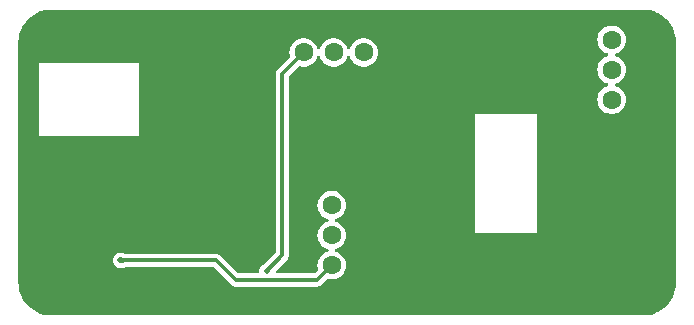
<source format=gbl>
G04 Layer: BottomLayer*
G04 EasyEDA Pro v2.2.27.1, 2024-09-15 10:59:50*
G04 Gerber Generator version 0.3*
G04 Scale: 100 percent, Rotated: No, Reflected: No*
G04 Dimensions in millimeters*
G04 Leading zeros omitted, absolute positions, 3 integers and 5 decimals*
%TF.GenerationSoftware,KiCad,Pcbnew,8.0.5*%
%TF.CreationDate,2024-09-28T17:02:44+08:00*%
%TF.ProjectId,DCDC_power_24V-12V-5V,44434443-5f70-46f7-9765-725f3234562d,rev?*%
%TF.SameCoordinates,Original*%
%TF.FileFunction,Copper,L2,Bot*%
%TF.FilePolarity,Positive*%
%FSLAX46Y46*%
G04 Gerber Fmt 4.6, Leading zero omitted, Abs format (unit mm)*
G04 Created by KiCad (PCBNEW 8.0.5) date 2024-09-28 17:02:44*
%MOMM*%
%LPD*%
G01*
G04 APERTURE LIST*
%TA.AperFunction,ComponentPad*%
%ADD10R,1.700000X1.600000*%
%TD*%
%TA.AperFunction,ComponentPad*%
%ADD11C,1.600000*%
%TD*%
%TA.AperFunction,ComponentPad*%
%ADD12R,1.600000X1.700000*%
%TD*%
%TA.AperFunction,ViaPad*%
%ADD13C,0.500000*%
%TD*%
%TA.AperFunction,Conductor*%
%ADD14C,0.304800*%
%TD*%
G04 APERTURE END LIST*
D10*
%TO.P,H2,1,1*%
%TO.N,GND*%
X90524400Y-83562100D03*
D11*
%TO.P,H2,2,2*%
%TO.N,+12V*%
X90524400Y-81022100D03*
%TO.P,H2,3,3*%
%TO.N,GND*%
X93064400Y-83562100D03*
%TO.P,H2,4,4*%
%TO.N,+12V*%
X93064400Y-81022100D03*
%TO.P,H2,5,5*%
%TO.N,GND*%
X95604400Y-83562100D03*
%TO.P,H2,6,6*%
%TO.N,+12V*%
X95604400Y-81022100D03*
%TD*%
D12*
%TO.P,H3,1,1*%
%TO.N,GND*%
X119134400Y-85032100D03*
D11*
%TO.P,H3,2,2*%
%TO.N,+5V*%
X116594400Y-85032100D03*
%TO.P,H3,3,3*%
%TO.N,GND*%
X119134400Y-82492100D03*
%TO.P,H3,4,4*%
%TO.N,+5V*%
X116594400Y-82492100D03*
%TO.P,H3,5,5*%
%TO.N,GND*%
X119134400Y-79952100D03*
%TO.P,H3,6,6*%
%TO.N,+5V*%
X116594400Y-79952100D03*
%TD*%
D12*
%TO.P,H1,1,1*%
%TO.N,GND*%
X95434400Y-99032100D03*
D11*
%TO.P,H1,2,2*%
%TO.N,+24V*%
X92894400Y-99032100D03*
%TO.P,H1,3,3*%
%TO.N,GND*%
X95434400Y-96492100D03*
%TO.P,H1,4,4*%
%TO.N,+24V*%
X92894400Y-96492100D03*
%TO.P,H1,5,5*%
%TO.N,GND*%
X95434400Y-93952100D03*
%TO.P,H1,6,6*%
%TO.N,+24V*%
X92894400Y-93952100D03*
%TD*%
D13*
%TO.N,+24V*%
X75009300Y-98625100D03*
%TO.N,GND*%
X89994400Y-86602100D03*
X84508384Y-85492100D03*
X78864400Y-96992100D03*
X78314400Y-91342100D03*
X101424400Y-101842100D03*
X101714400Y-84342100D03*
X78547770Y-95569230D03*
X120114400Y-93704600D03*
X86620416Y-85492100D03*
X80414400Y-88192100D03*
X79547770Y-95569230D03*
X77714400Y-84537320D03*
X120114400Y-91429600D03*
X78314400Y-92398116D03*
X83452368Y-85492100D03*
X118376900Y-95542100D03*
X85564400Y-85492100D03*
X70944400Y-101842100D03*
X67134400Y-98032100D03*
X86184400Y-86602100D03*
X82614400Y-86542100D03*
X105234400Y-98032100D03*
X79664400Y-93398116D03*
X106656600Y-79192100D03*
X112854400Y-98032100D03*
X79547770Y-94569230D03*
X97614400Y-94222100D03*
X97164400Y-84342100D03*
X79664400Y-91286084D03*
X81938464Y-84537320D03*
X102564400Y-83792100D03*
X77714400Y-82842100D03*
X78770416Y-84537320D03*
X79920416Y-96992100D03*
X100576900Y-84342100D03*
X120114400Y-94842100D03*
X105234400Y-101842100D03*
X109044400Y-98032100D03*
X107764400Y-81466700D03*
X82994480Y-84537320D03*
X101424400Y-98032100D03*
X67134400Y-94222100D03*
X74754400Y-101842100D03*
X78564400Y-86602100D03*
X109044400Y-82792100D03*
X86162528Y-84537320D03*
X112854400Y-82792100D03*
X84050496Y-84537320D03*
X81558384Y-86542100D03*
X87582300Y-96694700D03*
X97614400Y-90412100D03*
X87218548Y-84537320D03*
X105691400Y-81415900D03*
X70944400Y-98032100D03*
X120474400Y-101842100D03*
X89994400Y-94222100D03*
X80502368Y-86542100D03*
X67134400Y-101842100D03*
X105691400Y-79231500D03*
X97614400Y-101842100D03*
X82374400Y-101842100D03*
X109044400Y-101842100D03*
X118514400Y-86842100D03*
X80882448Y-84537320D03*
X120474400Y-98032100D03*
X97614400Y-98032100D03*
X97614400Y-86602100D03*
X112854400Y-101842100D03*
X99439400Y-84342100D03*
X87676436Y-85492100D03*
X116664400Y-98032100D03*
X78564400Y-101842100D03*
X120114400Y-90292100D03*
X77808384Y-96992100D03*
X79826432Y-84537320D03*
X107545600Y-79192100D03*
X78314400Y-90286084D03*
X89994400Y-101842100D03*
X119714400Y-88492100D03*
X85106512Y-84537320D03*
X116664400Y-101842100D03*
X78547770Y-94569230D03*
X119714400Y-87354600D03*
X93804400Y-86602100D03*
X97164400Y-82842100D03*
X105691400Y-82584300D03*
X120114400Y-92567100D03*
X98301900Y-84342100D03*
X89994400Y-98032100D03*
X93804400Y-101842100D03*
X79664400Y-92342100D03*
X86184400Y-101842100D03*
%TO.N,+12V*%
X87379100Y-99539500D03*
%TD*%
D14*
%TO.N,+24V*%
X91634400Y-100292100D02*
X92894400Y-99032100D01*
X75009300Y-98625100D02*
X83097400Y-98625100D01*
X83097400Y-98625100D02*
X84764400Y-100292100D01*
X84764400Y-100292100D02*
X91634400Y-100292100D01*
%TO.N,+12V*%
X90524400Y-81022100D02*
X88714400Y-82832100D01*
X88714400Y-82832100D02*
X88714400Y-98204200D01*
X88714400Y-98204200D02*
X87379100Y-99539500D01*
%TD*%
%TA.AperFunction,Conductor*%
%TO.N,GND*%
G36*
X119267872Y-77392795D02*
G01*
X119570903Y-77409813D01*
X119584701Y-77411367D01*
X119880480Y-77461622D01*
X119894036Y-77464716D01*
X120182327Y-77547772D01*
X120195451Y-77552365D01*
X120472622Y-77667172D01*
X120485144Y-77673201D01*
X120687584Y-77785086D01*
X120747728Y-77818327D01*
X120759502Y-77825725D01*
X121004189Y-77999339D01*
X121015057Y-78008007D01*
X121238752Y-78207915D01*
X121248584Y-78217747D01*
X121448492Y-78441442D01*
X121457163Y-78452314D01*
X121630774Y-78696997D01*
X121638172Y-78708771D01*
X121783294Y-78971348D01*
X121789327Y-78983877D01*
X121904134Y-79261048D01*
X121908727Y-79274172D01*
X121991783Y-79562463D01*
X121994877Y-79576020D01*
X122045130Y-79871788D01*
X122046687Y-79885606D01*
X122063705Y-80188627D01*
X122063900Y-80195580D01*
X122063900Y-100488619D01*
X122063705Y-100495572D01*
X122046687Y-100798593D01*
X122045130Y-100812411D01*
X121994877Y-101108179D01*
X121991783Y-101121736D01*
X121908727Y-101410027D01*
X121904134Y-101423151D01*
X121789327Y-101700322D01*
X121783294Y-101712851D01*
X121638172Y-101975428D01*
X121630774Y-101987202D01*
X121457163Y-102231885D01*
X121448492Y-102242757D01*
X121248584Y-102466452D01*
X121238752Y-102476284D01*
X121015057Y-102676192D01*
X121004185Y-102684863D01*
X120759502Y-102858474D01*
X120747728Y-102865872D01*
X120485151Y-103010994D01*
X120472622Y-103017027D01*
X120195451Y-103131834D01*
X120182327Y-103136427D01*
X119894036Y-103219483D01*
X119880479Y-103222577D01*
X119584711Y-103272830D01*
X119570893Y-103274387D01*
X119267872Y-103291405D01*
X119260919Y-103291600D01*
X69167881Y-103291600D01*
X69160928Y-103291405D01*
X68857906Y-103274387D01*
X68844088Y-103272830D01*
X68548320Y-103222577D01*
X68534763Y-103219483D01*
X68246472Y-103136427D01*
X68233348Y-103131834D01*
X67956177Y-103017027D01*
X67943648Y-103010994D01*
X67681071Y-102865872D01*
X67669297Y-102858474D01*
X67424614Y-102684863D01*
X67413742Y-102676192D01*
X67190047Y-102476284D01*
X67180215Y-102466452D01*
X66980307Y-102242757D01*
X66971636Y-102231885D01*
X66798025Y-101987202D01*
X66790627Y-101975428D01*
X66645505Y-101712851D01*
X66639472Y-101700322D01*
X66524665Y-101423151D01*
X66520072Y-101410027D01*
X66437016Y-101121736D01*
X66433922Y-101108179D01*
X66414430Y-100993456D01*
X66383667Y-100812401D01*
X66382113Y-100798603D01*
X66365095Y-100495572D01*
X66364900Y-100488619D01*
X66364900Y-98625099D01*
X74354022Y-98625099D01*
X74354022Y-98625100D01*
X74373062Y-98781918D01*
X74429080Y-98929623D01*
X74518817Y-99059630D01*
X74637060Y-99164383D01*
X74637062Y-99164384D01*
X74776934Y-99237796D01*
X74930314Y-99275600D01*
X74930315Y-99275600D01*
X75088286Y-99275600D01*
X75101812Y-99272265D01*
X75139301Y-99263025D01*
X75145152Y-99261733D01*
X75562354Y-99180296D01*
X75586110Y-99178000D01*
X82817020Y-99178000D01*
X82884059Y-99197685D01*
X82904701Y-99214319D01*
X84317629Y-100627247D01*
X84317639Y-100627258D01*
X84321969Y-100631588D01*
X84321970Y-100631589D01*
X84424911Y-100734530D01*
X84487950Y-100770925D01*
X84550988Y-100807321D01*
X84621299Y-100826160D01*
X84691609Y-100845000D01*
X84691610Y-100845000D01*
X84691611Y-100845000D01*
X91707189Y-100845000D01*
X91707190Y-100845000D01*
X91707191Y-100845000D01*
X91777501Y-100826160D01*
X91847812Y-100807321D01*
X91910850Y-100770925D01*
X91973889Y-100734530D01*
X92076830Y-100631589D01*
X92076830Y-100631587D01*
X92087034Y-100621384D01*
X92087038Y-100621379D01*
X92478005Y-100230411D01*
X92539326Y-100196928D01*
X92588463Y-100196205D01*
X92783157Y-100232600D01*
X92783160Y-100232600D01*
X93005641Y-100232600D01*
X93005643Y-100232600D01*
X93224340Y-100191718D01*
X93431801Y-100111347D01*
X93620962Y-99994224D01*
X93785381Y-99844336D01*
X93919458Y-99666789D01*
X94018629Y-99467628D01*
X94079515Y-99253636D01*
X94100043Y-99032100D01*
X94097088Y-99000215D01*
X94079515Y-98810564D01*
X94079514Y-98810562D01*
X94071364Y-98781918D01*
X94018629Y-98596572D01*
X93992297Y-98543690D01*
X93919461Y-98397416D01*
X93919456Y-98397408D01*
X93785379Y-98219861D01*
X93620962Y-98069976D01*
X93620960Y-98069974D01*
X93431804Y-97952854D01*
X93431795Y-97952850D01*
X93338356Y-97916652D01*
X93237875Y-97877725D01*
X93182475Y-97835154D01*
X93158884Y-97769388D01*
X93174595Y-97701307D01*
X93224619Y-97652528D01*
X93237866Y-97646477D01*
X93431801Y-97571347D01*
X93620962Y-97454224D01*
X93785381Y-97304336D01*
X93919458Y-97126789D01*
X94018629Y-96927628D01*
X94079515Y-96713636D01*
X94100043Y-96492100D01*
X94081511Y-96292100D01*
X105005600Y-96292100D01*
X110264400Y-96292100D01*
X110264400Y-86216500D01*
X105005600Y-86216500D01*
X105005600Y-96292100D01*
X94081511Y-96292100D01*
X94079515Y-96270564D01*
X94018629Y-96056572D01*
X94018624Y-96056561D01*
X93919461Y-95857416D01*
X93919456Y-95857408D01*
X93785379Y-95679861D01*
X93620962Y-95529976D01*
X93620960Y-95529974D01*
X93431804Y-95412854D01*
X93431795Y-95412850D01*
X93338356Y-95376652D01*
X93237875Y-95337725D01*
X93182475Y-95295154D01*
X93158884Y-95229388D01*
X93174595Y-95161307D01*
X93224619Y-95112528D01*
X93237866Y-95106477D01*
X93431801Y-95031347D01*
X93620962Y-94914224D01*
X93785381Y-94764336D01*
X93919458Y-94586789D01*
X94018629Y-94387628D01*
X94079515Y-94173636D01*
X94100043Y-93952100D01*
X94079515Y-93730564D01*
X94018629Y-93516572D01*
X94018624Y-93516561D01*
X93919461Y-93317416D01*
X93919456Y-93317408D01*
X93785379Y-93139861D01*
X93620962Y-92989976D01*
X93620960Y-92989974D01*
X93431804Y-92872854D01*
X93431798Y-92872852D01*
X93224340Y-92792482D01*
X93005643Y-92751600D01*
X92783157Y-92751600D01*
X92564460Y-92792482D01*
X92433264Y-92843307D01*
X92357001Y-92872852D01*
X92356995Y-92872854D01*
X92167839Y-92989974D01*
X92167837Y-92989976D01*
X92003420Y-93139861D01*
X91869343Y-93317408D01*
X91869338Y-93317416D01*
X91770175Y-93516561D01*
X91770169Y-93516576D01*
X91709285Y-93730562D01*
X91709284Y-93730564D01*
X91688757Y-93952099D01*
X91688757Y-93952100D01*
X91709284Y-94173635D01*
X91709285Y-94173637D01*
X91770169Y-94387623D01*
X91770175Y-94387638D01*
X91869338Y-94586783D01*
X91869343Y-94586791D01*
X92003420Y-94764338D01*
X92167837Y-94914223D01*
X92167839Y-94914225D01*
X92356995Y-95031345D01*
X92356996Y-95031345D01*
X92356999Y-95031347D01*
X92550924Y-95106474D01*
X92606324Y-95149046D01*
X92629915Y-95214813D01*
X92614204Y-95282893D01*
X92564180Y-95331672D01*
X92550933Y-95337722D01*
X92402888Y-95395075D01*
X92357001Y-95412852D01*
X92356995Y-95412854D01*
X92167839Y-95529974D01*
X92167837Y-95529976D01*
X92003420Y-95679861D01*
X91869343Y-95857408D01*
X91869338Y-95857416D01*
X91770175Y-96056561D01*
X91770169Y-96056576D01*
X91709285Y-96270562D01*
X91709284Y-96270564D01*
X91688757Y-96492099D01*
X91688757Y-96492100D01*
X91709284Y-96713635D01*
X91709285Y-96713637D01*
X91770169Y-96927623D01*
X91770175Y-96927638D01*
X91869338Y-97126783D01*
X91869343Y-97126791D01*
X92003420Y-97304338D01*
X92167837Y-97454223D01*
X92167839Y-97454225D01*
X92356995Y-97571345D01*
X92356996Y-97571345D01*
X92356999Y-97571347D01*
X92550924Y-97646474D01*
X92606324Y-97689046D01*
X92629915Y-97754813D01*
X92614204Y-97822893D01*
X92564180Y-97871672D01*
X92550933Y-97877722D01*
X92402888Y-97935075D01*
X92357001Y-97952852D01*
X92356995Y-97952854D01*
X92167839Y-98069974D01*
X92167837Y-98069976D01*
X92003420Y-98219861D01*
X91869343Y-98397408D01*
X91869338Y-98397416D01*
X91770175Y-98596561D01*
X91770169Y-98596576D01*
X91709285Y-98810562D01*
X91709284Y-98810564D01*
X91688757Y-99032099D01*
X91688757Y-99032100D01*
X91709284Y-99253635D01*
X91709285Y-99253637D01*
X91729581Y-99324969D01*
X91728995Y-99394836D01*
X91697996Y-99446584D01*
X91441699Y-99702882D01*
X91380379Y-99736366D01*
X91354020Y-99739200D01*
X88262289Y-99739200D01*
X88195250Y-99719515D01*
X88149495Y-99666711D01*
X88139551Y-99597553D01*
X88159421Y-99545960D01*
X88160803Y-99543905D01*
X88162742Y-99541027D01*
X88177920Y-99522596D01*
X89156830Y-98543689D01*
X89192252Y-98482336D01*
X89229621Y-98417611D01*
X89267300Y-98276991D01*
X89267300Y-83112480D01*
X89286985Y-83045441D01*
X89303619Y-83024799D01*
X89614783Y-82713635D01*
X90108006Y-82220411D01*
X90169327Y-82186928D01*
X90218463Y-82186205D01*
X90413157Y-82222600D01*
X90413160Y-82222600D01*
X90635641Y-82222600D01*
X90635643Y-82222600D01*
X90854340Y-82181718D01*
X91061801Y-82101347D01*
X91250962Y-81984224D01*
X91415381Y-81834336D01*
X91549458Y-81656789D01*
X91648629Y-81457628D01*
X91675134Y-81364471D01*
X91712413Y-81305378D01*
X91775723Y-81275821D01*
X91844962Y-81285183D01*
X91898149Y-81330493D01*
X91913666Y-81364472D01*
X91940169Y-81457623D01*
X91940175Y-81457638D01*
X92039338Y-81656783D01*
X92039343Y-81656791D01*
X92173420Y-81834338D01*
X92337837Y-81984223D01*
X92337839Y-81984225D01*
X92526995Y-82101345D01*
X92526996Y-82101345D01*
X92526999Y-82101347D01*
X92734460Y-82181718D01*
X92953157Y-82222600D01*
X92953159Y-82222600D01*
X93175641Y-82222600D01*
X93175643Y-82222600D01*
X93394340Y-82181718D01*
X93601801Y-82101347D01*
X93790962Y-81984224D01*
X93955381Y-81834336D01*
X94089458Y-81656789D01*
X94188629Y-81457628D01*
X94215134Y-81364471D01*
X94252413Y-81305378D01*
X94315723Y-81275821D01*
X94384962Y-81285183D01*
X94438149Y-81330493D01*
X94453666Y-81364472D01*
X94480169Y-81457623D01*
X94480175Y-81457638D01*
X94579338Y-81656783D01*
X94579343Y-81656791D01*
X94713420Y-81834338D01*
X94877837Y-81984223D01*
X94877839Y-81984225D01*
X95066995Y-82101345D01*
X95066996Y-82101345D01*
X95066999Y-82101347D01*
X95274460Y-82181718D01*
X95493157Y-82222600D01*
X95493159Y-82222600D01*
X95715641Y-82222600D01*
X95715643Y-82222600D01*
X95934340Y-82181718D01*
X96141801Y-82101347D01*
X96330962Y-81984224D01*
X96495381Y-81834336D01*
X96629458Y-81656789D01*
X96728629Y-81457628D01*
X96789515Y-81243636D01*
X96810043Y-81022100D01*
X96789515Y-80800564D01*
X96728629Y-80586572D01*
X96728624Y-80586561D01*
X96629461Y-80387416D01*
X96629456Y-80387408D01*
X96495379Y-80209861D01*
X96330962Y-80059976D01*
X96330960Y-80059974D01*
X96156735Y-79952099D01*
X115388757Y-79952099D01*
X115388757Y-79952100D01*
X115409284Y-80173635D01*
X115409285Y-80173637D01*
X115470169Y-80387623D01*
X115470175Y-80387638D01*
X115569338Y-80586783D01*
X115569343Y-80586791D01*
X115703420Y-80764338D01*
X115867837Y-80914223D01*
X115867839Y-80914225D01*
X116056995Y-81031345D01*
X116056996Y-81031345D01*
X116056999Y-81031347D01*
X116250924Y-81106474D01*
X116306324Y-81149046D01*
X116329915Y-81214813D01*
X116314204Y-81282893D01*
X116264180Y-81331672D01*
X116250933Y-81337722D01*
X116129319Y-81384836D01*
X116057001Y-81412852D01*
X116056995Y-81412854D01*
X115867839Y-81529974D01*
X115867837Y-81529976D01*
X115703420Y-81679861D01*
X115569343Y-81857408D01*
X115569338Y-81857416D01*
X115470175Y-82056561D01*
X115470169Y-82056576D01*
X115409285Y-82270562D01*
X115409284Y-82270564D01*
X115388757Y-82492099D01*
X115388757Y-82492100D01*
X115409284Y-82713635D01*
X115409285Y-82713637D01*
X115470169Y-82927623D01*
X115470175Y-82927638D01*
X115569338Y-83126783D01*
X115569343Y-83126791D01*
X115703420Y-83304338D01*
X115867837Y-83454223D01*
X115867839Y-83454225D01*
X116056995Y-83571345D01*
X116056996Y-83571345D01*
X116056999Y-83571347D01*
X116250924Y-83646474D01*
X116306324Y-83689046D01*
X116329915Y-83754813D01*
X116314204Y-83822893D01*
X116264180Y-83871672D01*
X116250933Y-83877722D01*
X116102888Y-83935075D01*
X116057001Y-83952852D01*
X116056995Y-83952854D01*
X115867839Y-84069974D01*
X115867837Y-84069976D01*
X115703420Y-84219861D01*
X115569343Y-84397408D01*
X115569338Y-84397416D01*
X115470175Y-84596561D01*
X115470169Y-84596576D01*
X115409285Y-84810562D01*
X115409284Y-84810564D01*
X115388757Y-85032099D01*
X115388757Y-85032100D01*
X115409284Y-85253635D01*
X115409285Y-85253637D01*
X115470169Y-85467623D01*
X115470175Y-85467638D01*
X115569338Y-85666783D01*
X115569343Y-85666791D01*
X115703420Y-85844338D01*
X115867837Y-85994223D01*
X115867839Y-85994225D01*
X116056995Y-86111345D01*
X116056996Y-86111345D01*
X116056999Y-86111347D01*
X116264460Y-86191718D01*
X116483157Y-86232600D01*
X116483159Y-86232600D01*
X116705641Y-86232600D01*
X116705643Y-86232600D01*
X116924340Y-86191718D01*
X117131801Y-86111347D01*
X117320962Y-85994224D01*
X117485381Y-85844336D01*
X117619458Y-85666789D01*
X117718629Y-85467628D01*
X117779515Y-85253636D01*
X117800043Y-85032100D01*
X117779515Y-84810564D01*
X117718629Y-84596572D01*
X117718624Y-84596561D01*
X117619461Y-84397416D01*
X117619456Y-84397408D01*
X117485379Y-84219861D01*
X117320962Y-84069976D01*
X117320960Y-84069974D01*
X117131804Y-83952854D01*
X117131795Y-83952850D01*
X117038356Y-83916652D01*
X116937875Y-83877725D01*
X116882475Y-83835154D01*
X116858884Y-83769388D01*
X116874595Y-83701307D01*
X116924619Y-83652528D01*
X116937866Y-83646477D01*
X117131801Y-83571347D01*
X117320962Y-83454224D01*
X117485381Y-83304336D01*
X117619458Y-83126789D01*
X117718629Y-82927628D01*
X117779515Y-82713636D01*
X117800043Y-82492100D01*
X117779515Y-82270564D01*
X117718629Y-82056572D01*
X117718624Y-82056561D01*
X117619461Y-81857416D01*
X117619456Y-81857408D01*
X117485379Y-81679861D01*
X117320962Y-81529976D01*
X117320960Y-81529974D01*
X117131804Y-81412854D01*
X117131795Y-81412850D01*
X117038356Y-81376652D01*
X116937875Y-81337725D01*
X116882475Y-81295154D01*
X116858884Y-81229388D01*
X116874595Y-81161307D01*
X116924619Y-81112528D01*
X116937866Y-81106477D01*
X117131801Y-81031347D01*
X117320962Y-80914224D01*
X117485381Y-80764336D01*
X117619458Y-80586789D01*
X117718629Y-80387628D01*
X117779515Y-80173636D01*
X117800043Y-79952100D01*
X117779515Y-79730564D01*
X117718629Y-79516572D01*
X117718624Y-79516561D01*
X117619461Y-79317416D01*
X117619456Y-79317408D01*
X117485379Y-79139861D01*
X117320962Y-78989976D01*
X117320960Y-78989974D01*
X117131804Y-78872854D01*
X117131798Y-78872852D01*
X116924340Y-78792482D01*
X116705643Y-78751600D01*
X116483157Y-78751600D01*
X116264460Y-78792482D01*
X116133264Y-78843307D01*
X116057001Y-78872852D01*
X116056995Y-78872854D01*
X115867839Y-78989974D01*
X115867837Y-78989976D01*
X115703420Y-79139861D01*
X115569343Y-79317408D01*
X115569338Y-79317416D01*
X115470175Y-79516561D01*
X115470169Y-79516576D01*
X115409285Y-79730562D01*
X115409284Y-79730564D01*
X115388757Y-79952099D01*
X96156735Y-79952099D01*
X96141804Y-79942854D01*
X96141798Y-79942852D01*
X95934340Y-79862482D01*
X95715643Y-79821600D01*
X95493157Y-79821600D01*
X95274460Y-79862482D01*
X95143264Y-79913307D01*
X95067001Y-79942852D01*
X95066995Y-79942854D01*
X94877839Y-80059974D01*
X94877837Y-80059976D01*
X94713420Y-80209861D01*
X94579343Y-80387408D01*
X94579338Y-80387416D01*
X94480175Y-80586561D01*
X94480169Y-80586576D01*
X94453666Y-80679727D01*
X94416387Y-80738821D01*
X94353077Y-80768378D01*
X94283838Y-80759016D01*
X94230651Y-80713706D01*
X94215134Y-80679727D01*
X94188630Y-80586576D01*
X94188629Y-80586572D01*
X94188624Y-80586561D01*
X94089461Y-80387416D01*
X94089456Y-80387408D01*
X93955379Y-80209861D01*
X93790962Y-80059976D01*
X93790960Y-80059974D01*
X93601804Y-79942854D01*
X93601798Y-79942852D01*
X93394340Y-79862482D01*
X93175643Y-79821600D01*
X92953157Y-79821600D01*
X92734460Y-79862482D01*
X92603264Y-79913307D01*
X92527001Y-79942852D01*
X92526995Y-79942854D01*
X92337839Y-80059974D01*
X92337837Y-80059976D01*
X92173420Y-80209861D01*
X92039343Y-80387408D01*
X92039338Y-80387416D01*
X91940175Y-80586561D01*
X91940169Y-80586576D01*
X91913666Y-80679727D01*
X91876387Y-80738821D01*
X91813077Y-80768378D01*
X91743838Y-80759016D01*
X91690651Y-80713706D01*
X91675134Y-80679727D01*
X91648630Y-80586576D01*
X91648629Y-80586572D01*
X91648624Y-80586561D01*
X91549461Y-80387416D01*
X91549456Y-80387408D01*
X91415379Y-80209861D01*
X91250962Y-80059976D01*
X91250960Y-80059974D01*
X91061804Y-79942854D01*
X91061798Y-79942852D01*
X90854340Y-79862482D01*
X90635643Y-79821600D01*
X90413157Y-79821600D01*
X90194460Y-79862482D01*
X90063264Y-79913307D01*
X89987001Y-79942852D01*
X89986995Y-79942854D01*
X89797839Y-80059974D01*
X89797837Y-80059976D01*
X89633420Y-80209861D01*
X89499343Y-80387408D01*
X89499338Y-80387416D01*
X89400175Y-80586561D01*
X89400169Y-80586576D01*
X89339285Y-80800562D01*
X89339284Y-80800564D01*
X89318757Y-81022099D01*
X89318757Y-81022100D01*
X89339284Y-81243635D01*
X89339285Y-81243637D01*
X89359581Y-81314969D01*
X89358995Y-81384836D01*
X89327996Y-81436584D01*
X88374913Y-82389668D01*
X88271972Y-82492608D01*
X88271970Y-82492611D01*
X88235574Y-82555650D01*
X88235573Y-82555650D01*
X88199178Y-82618687D01*
X88199179Y-82618687D01*
X88199179Y-82618688D01*
X88161500Y-82759309D01*
X88161500Y-97923819D01*
X88141815Y-97990858D01*
X88125181Y-98011500D01*
X87396013Y-98740667D01*
X87377590Y-98755842D01*
X87047910Y-98977834D01*
X87036284Y-98984771D01*
X87006861Y-99000215D01*
X87006859Y-99000216D01*
X86983299Y-99021087D01*
X86975144Y-99027716D01*
X86956746Y-99041417D01*
X86956715Y-99041441D01*
X86955034Y-99042822D01*
X86920828Y-99076235D01*
X86916412Y-99080344D01*
X86888619Y-99104967D01*
X86888615Y-99104972D01*
X86798881Y-99234975D01*
X86798880Y-99234976D01*
X86742862Y-99382681D01*
X86725875Y-99522591D01*
X86723822Y-99539500D01*
X86724606Y-99545960D01*
X86731199Y-99600253D01*
X86719739Y-99669177D01*
X86672835Y-99720963D01*
X86608103Y-99739200D01*
X85044780Y-99739200D01*
X84977741Y-99719515D01*
X84957099Y-99702881D01*
X83546900Y-98292682D01*
X83546898Y-98292679D01*
X83436890Y-98182671D01*
X83436889Y-98182670D01*
X83370324Y-98144239D01*
X83310812Y-98109879D01*
X83221010Y-98085817D01*
X83221008Y-98085816D01*
X83221006Y-98085815D01*
X83170192Y-98072200D01*
X83170191Y-98072200D01*
X75586114Y-98072200D01*
X75562357Y-98069903D01*
X75145161Y-97988466D01*
X75139248Y-97987161D01*
X75088285Y-97974600D01*
X75072461Y-97974600D01*
X75063448Y-97974156D01*
X75063446Y-97974196D01*
X75060764Y-97974048D01*
X74990792Y-97973219D01*
X74985063Y-97973852D01*
X74971459Y-97974600D01*
X74930314Y-97974600D01*
X74776934Y-98012403D01*
X74637062Y-98085815D01*
X74637060Y-98085817D01*
X74527736Y-98182669D01*
X74518816Y-98190571D01*
X74429081Y-98320575D01*
X74429080Y-98320576D01*
X74373062Y-98468281D01*
X74354022Y-98625099D01*
X66364900Y-98625099D01*
X66364900Y-88092100D01*
X68114400Y-88092100D01*
X76564400Y-88092100D01*
X76564400Y-81892100D01*
X68114400Y-81892100D01*
X68114400Y-88092100D01*
X66364900Y-88092100D01*
X66364900Y-80195580D01*
X66365095Y-80188627D01*
X66372320Y-80059974D01*
X66382113Y-79885594D01*
X66383667Y-79871800D01*
X66433923Y-79576015D01*
X66437016Y-79562463D01*
X66450241Y-79516561D01*
X66520073Y-79274168D01*
X66524665Y-79261048D01*
X66636947Y-78989974D01*
X66639475Y-78983868D01*
X66645497Y-78971362D01*
X66790630Y-78708765D01*
X66798025Y-78696997D01*
X66971645Y-78452301D01*
X66980296Y-78441454D01*
X67180216Y-78217745D01*
X67190047Y-78207915D01*
X67413754Y-78007996D01*
X67424601Y-77999345D01*
X67669302Y-77825721D01*
X67681065Y-77818330D01*
X67943662Y-77673197D01*
X67956168Y-77667175D01*
X68233348Y-77552365D01*
X68246468Y-77547773D01*
X68534769Y-77464714D01*
X68548315Y-77461623D01*
X68844100Y-77411367D01*
X68857894Y-77409813D01*
X69160928Y-77392795D01*
X69167881Y-77392600D01*
X69204282Y-77392600D01*
X119224518Y-77392600D01*
X119260919Y-77392600D01*
X119267872Y-77392795D01*
G37*
%TD.AperFunction*%
%TD*%
%TA.AperFunction,Conductor*%
%TO.N,+12V*%
G36*
X87631704Y-99084998D02*
G01*
X87833601Y-99286895D01*
X87837028Y-99295168D01*
X87835033Y-99301703D01*
X87563778Y-99704542D01*
X87556315Y-99709490D01*
X87547538Y-99707712D01*
X87545833Y-99706313D01*
X87378426Y-99540239D01*
X87378360Y-99540173D01*
X87212286Y-99372766D01*
X87208892Y-99364479D01*
X87212352Y-99356220D01*
X87214051Y-99354825D01*
X87616897Y-99083565D01*
X87625673Y-99081788D01*
X87631704Y-99084998D01*
G37*
%TD.AperFunction*%
%TD*%
%TA.AperFunction,Conductor*%
%TO.N,+24V*%
G36*
X75023181Y-98377809D02*
G01*
X75499843Y-98470854D01*
X75507305Y-98475801D01*
X75509300Y-98482336D01*
X75509300Y-98767863D01*
X75505873Y-98776136D01*
X75499842Y-98779346D01*
X75023185Y-98872389D01*
X75014408Y-98870611D01*
X75009460Y-98863148D01*
X75009243Y-98860953D01*
X75008909Y-98777500D01*
X75008300Y-98625100D01*
X75009243Y-98389244D01*
X75012703Y-98380987D01*
X75020990Y-98377593D01*
X75023181Y-98377809D01*
G37*
%TD.AperFunction*%
%TD*%
M02*

</source>
